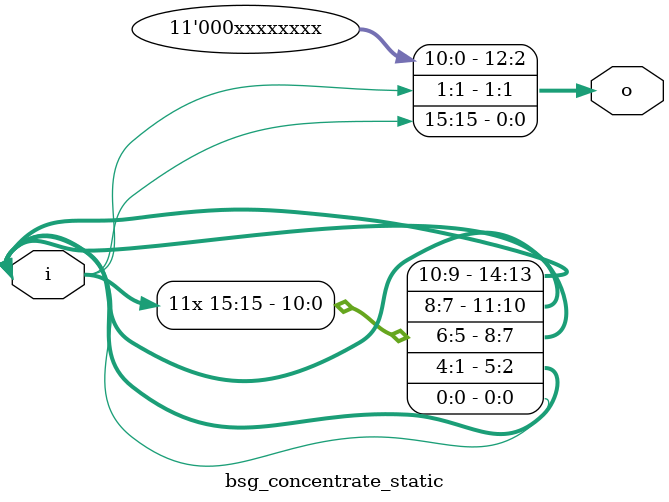
<source format=v>

/* Generated by Yosys 0.27+9 (git sha1 101d19bb6, gcc 11.2.0-7ubuntu2 -fPIC -Os) */

(* top =  1  *)

module bsg_concentrate_static(i, o);
  
  input [63:0] i;
  wire [63:0] i;
  
  output [12:0] o;
  wire [12:0] o;
  assign { i[14:13], i[11:10], i[8:7], i[5:2], i[0] } = { i[15], i[15], i[15], i[15], i[15], i[15], i[15], i[15], i[15], i[15], i[15] };
  assign o = { 11'h0xx, i[1], i[15] };
endmodule


</source>
